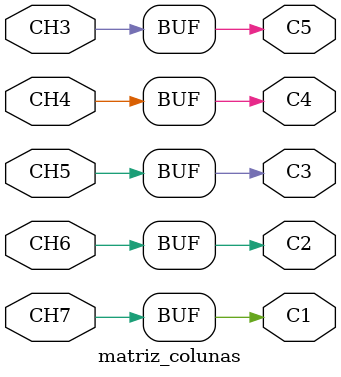
<source format=v>
module matriz_colunas (CH3, CH4, CH5, CH6, CH7, C1,C2,C3,C4,C5);
    
	 input CH3, CH4, CH5, CH6, CH7;
	 output C1,C2,C3,C4,C5;
	 
	 //Como não há necessidade de codificação entre as chaves e as colunas da matriz de leds,
	 //podemos relacionar as chaves, diretamente às pinagens das colunas.

    assign C1 = CH7;
    assign C2 = CH6;
    assign C3 = CH5;
    assign C4 = CH4;
    assign C5 = CH3;

endmodule

</source>
